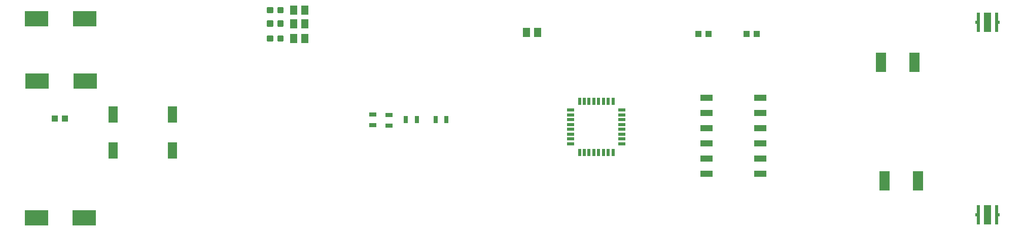
<source format=gtp>
G75*
%MOIN*%
%OFA0B0*%
%FSLAX25Y25*%
%IPPOS*%
%LPD*%
%AMOC8*
5,1,8,0,0,1.08239X$1,22.5*
%
%ADD10R,0.07900X0.04300*%
%ADD11R,0.05000X0.02200*%
%ADD12R,0.02200X0.05000*%
%ADD13R,0.15748X0.09843*%
%ADD14R,0.06181X0.11102*%
%ADD15R,0.03150X0.04724*%
%ADD16R,0.04724X0.03150*%
%ADD17R,0.07087X0.12598*%
%ADD18R,0.05118X0.05906*%
%ADD19C,0.01181*%
%ADD20R,0.01969X0.12992*%
%ADD21R,0.01575X0.01969*%
%ADD22R,0.05118X0.12992*%
%ADD23R,0.03937X0.04331*%
%ADD24R,0.04331X0.03937*%
D10*
X0567889Y0177634D03*
X0567889Y0187634D03*
X0567889Y0197634D03*
X0567889Y0207634D03*
X0567889Y0217634D03*
X0567889Y0227634D03*
X0603289Y0227634D03*
X0603289Y0217634D03*
X0603289Y0207634D03*
X0603289Y0197634D03*
X0603289Y0187634D03*
X0603289Y0177634D03*
D11*
X0512323Y0197484D03*
X0512323Y0200634D03*
X0512323Y0203783D03*
X0512323Y0206933D03*
X0512323Y0210083D03*
X0512323Y0213232D03*
X0512323Y0216382D03*
X0512323Y0219531D03*
X0478523Y0219531D03*
X0478523Y0216382D03*
X0478523Y0213232D03*
X0478523Y0210083D03*
X0478523Y0206933D03*
X0478523Y0203783D03*
X0478523Y0200634D03*
X0478523Y0197484D03*
D12*
X0484400Y0191608D03*
X0487549Y0191608D03*
X0490699Y0191608D03*
X0493848Y0191608D03*
X0496998Y0191608D03*
X0500148Y0191608D03*
X0503297Y0191608D03*
X0506447Y0191608D03*
X0506447Y0225408D03*
X0503297Y0225408D03*
X0500148Y0225408D03*
X0496998Y0225408D03*
X0493848Y0225408D03*
X0490699Y0225408D03*
X0487549Y0225408D03*
X0484400Y0225408D03*
D13*
X0127463Y0148539D03*
X0158959Y0148539D03*
X0159518Y0238547D03*
X0128022Y0238547D03*
X0127659Y0279642D03*
X0159156Y0279642D03*
D14*
X0177746Y0216831D03*
X0216801Y0216831D03*
X0216801Y0192972D03*
X0177746Y0192972D03*
D15*
X0370321Y0213461D03*
X0377407Y0213461D03*
X0389833Y0213461D03*
X0396919Y0213461D03*
D16*
X0359329Y0216413D03*
X0348423Y0216665D03*
X0348423Y0209579D03*
X0359329Y0209327D03*
D17*
X0682419Y0250902D03*
X0704467Y0250902D03*
X0706927Y0173146D03*
X0684880Y0173146D03*
D18*
X0457026Y0270587D03*
X0449545Y0270587D03*
X0303974Y0266650D03*
X0296494Y0266650D03*
X0296494Y0276492D03*
X0303974Y0276492D03*
X0303974Y0285350D03*
X0296494Y0285350D03*
D19*
X0289317Y0286728D02*
X0289317Y0283972D01*
X0286561Y0283972D01*
X0286561Y0286728D01*
X0289317Y0286728D01*
X0289317Y0285152D02*
X0286561Y0285152D01*
X0286561Y0286332D02*
X0289317Y0286332D01*
X0282411Y0286728D02*
X0282411Y0283972D01*
X0279655Y0283972D01*
X0279655Y0286728D01*
X0282411Y0286728D01*
X0282411Y0285152D02*
X0279655Y0285152D01*
X0279655Y0286332D02*
X0282411Y0286332D01*
X0282411Y0277870D02*
X0282411Y0275114D01*
X0279655Y0275114D01*
X0279655Y0277870D01*
X0282411Y0277870D01*
X0282411Y0276294D02*
X0279655Y0276294D01*
X0279655Y0277474D02*
X0282411Y0277474D01*
X0289317Y0277870D02*
X0289317Y0275114D01*
X0286561Y0275114D01*
X0286561Y0277870D01*
X0289317Y0277870D01*
X0289317Y0276294D02*
X0286561Y0276294D01*
X0286561Y0277474D02*
X0289317Y0277474D01*
X0289317Y0268028D02*
X0289317Y0265272D01*
X0286561Y0265272D01*
X0286561Y0268028D01*
X0289317Y0268028D01*
X0289317Y0266452D02*
X0286561Y0266452D01*
X0286561Y0267632D02*
X0289317Y0267632D01*
X0282411Y0268028D02*
X0282411Y0265272D01*
X0279655Y0265272D01*
X0279655Y0268028D01*
X0282411Y0268028D01*
X0282411Y0266452D02*
X0279655Y0266452D01*
X0279655Y0267632D02*
X0282411Y0267632D01*
D20*
X0746593Y0277476D03*
X0758404Y0277476D03*
X0758404Y0150508D03*
X0746593Y0150508D03*
D21*
X0745215Y0150508D03*
X0759781Y0150508D03*
X0759781Y0277476D03*
X0745215Y0277476D03*
D22*
X0752498Y0277476D03*
X0752498Y0150508D03*
D23*
X0600825Y0269602D03*
X0594132Y0269602D03*
X0569329Y0269602D03*
X0562636Y0269602D03*
D24*
X0146100Y0213992D03*
X0139407Y0213992D03*
M02*

</source>
